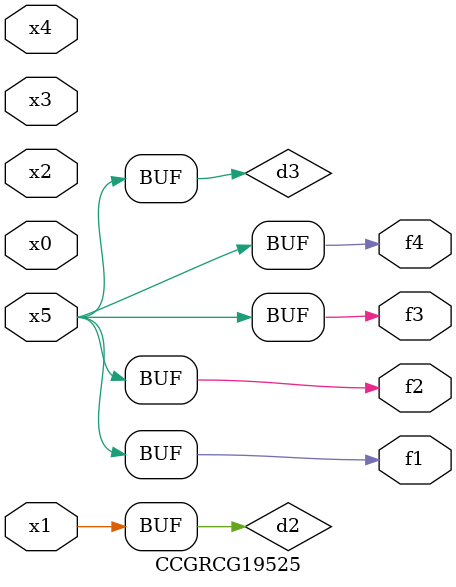
<source format=v>
module CCGRCG19525(
	input x0, x1, x2, x3, x4, x5,
	output f1, f2, f3, f4
);

	wire d1, d2, d3;

	not (d1, x5);
	or (d2, x1);
	xnor (d3, d1);
	assign f1 = d3;
	assign f2 = d3;
	assign f3 = d3;
	assign f4 = d3;
endmodule

</source>
